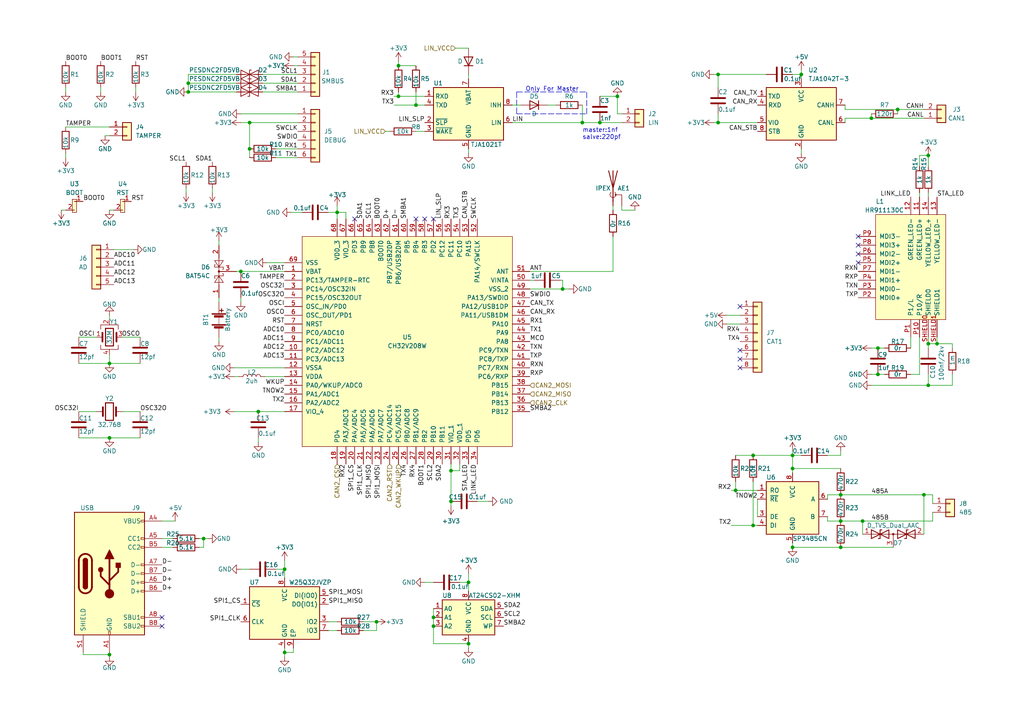
<source format=kicad_sch>
(kicad_sch (version 20211123) (generator eeschema)
  (paper "A4")
  (junction (at 120.65 30.48))
  (junction (at 130.81 136.525))
  (junction (at 269.24 99.695))
  (junction (at 254.635 108.585))
  (junction (at 31.75 127))
  (junction (at 218.44 132.08))
  (junction (at 115.57 19.05))
  (junction (at 54.61 26.67))
  (junction (at 250.19 151.13))
  (junction (at 179.07 27.94))
  (junction (at 125.73 179.07))
  (junction (at 254.635 100.965))
  (junction (at 31.75 105.41))
  (junction (at 213.36 142.24))
  (junction (at 59.055 156.21))
  (junction (at 69.85 78.74))
  (junction (at 135.89 186.69))
  (junction (at 208.28 35.56))
  (junction (at 269.24 111.76))
  (junction (at 54.61 24.13))
  (junction (at 72.39 43.18))
  (junction (at 31.75 189.865))
  (junction (at 229.87 135.89))
  (junction (at 208.28 21.59))
  (junction (at 125.73 181.61))
  (junction (at 232.41 21.59))
  (junction (at 243.84 151.13))
  (junction (at 269.24 45.085))
  (junction (at 168.91 35.56))
  (junction (at 243.84 158.75))
  (junction (at 267.97 143.51))
  (junction (at 163.195 83.82))
  (junction (at 72.39 35.56))
  (junction (at 229.87 158.75))
  (junction (at 173.99 35.56))
  (junction (at 135.89 168.91))
  (junction (at 82.55 189.23))
  (junction (at 260.35 31.75))
  (junction (at 130.81 145.415))
  (junction (at 243.84 143.51))
  (junction (at 97.79 61.595))
  (junction (at 115.57 27.94))
  (junction (at 218.44 152.4))
  (junction (at 229.87 132.08))
  (junction (at 109.22 180.34))
  (junction (at 82.55 165.1))
  (junction (at 252.73 34.29))
  (junction (at 271.78 99.695))
  (junction (at 74.93 119.38))
  (no_connect (at 125.73 63.5))
  (no_connect (at 248.92 71.12))
  (no_connect (at 248.92 76.2))
  (no_connect (at 123.19 63.5))
  (no_connect (at 214.63 88.9))
  (no_connect (at 46.99 179.07))
  (no_connect (at 46.99 181.61))
  (no_connect (at 248.92 73.66))
  (no_connect (at 214.63 106.68))
  (no_connect (at 214.63 101.6))
  (no_connect (at 214.63 104.14))
  (no_connect (at 120.65 63.5))
  (no_connect (at 248.92 68.58))
  (no_connect (at 102.87 63.5))
  (wire (pts (xy 179.07 33.02) (xy 179.07 27.94)))
  (wire (pts (xy 245.11 31.75) (xy 260.35 31.75)))
  (wire (pts (xy 213.36 139.7) (xy 213.36 142.24)))
  (wire (pts (xy 269.24 55.88) (xy 269.24 57.15)))
  (wire (pts (xy 115.57 17.78) (xy 115.57 19.05)))
  (wire (pts (xy 105.41 182.88) (xy 109.22 182.88)))
  (wire (pts (xy 105.41 180.34) (xy 109.22 180.34)))
  (wire (pts (xy 82.55 189.23) (xy 85.09 189.23)))
  (wire (pts (xy 72.39 35.56) (xy 72.39 43.18)))
  (wire (pts (xy 63.5 97.79) (xy 63.5 99.06)))
  (wire (pts (xy 67.945 106.68) (xy 82.55 106.68)))
  (wire (pts (xy 54.61 24.13) (xy 68.58 24.13)))
  (wire (pts (xy 229.87 132.08) (xy 229.87 135.89)))
  (wire (pts (xy 61.595 54.61) (xy 61.595 55.88)))
  (wire (pts (xy 35.56 97.79) (xy 40.64 97.79)))
  (wire (pts (xy 63.5 86.36) (xy 63.5 87.63)))
  (wire (pts (xy 229.87 132.08) (xy 232.41 132.08)))
  (wire (pts (xy 276.225 111.76) (xy 269.24 111.76)))
  (wire (pts (xy 269.24 45.085) (xy 269.24 48.26)))
  (wire (pts (xy 208.28 33.02) (xy 208.28 35.56)))
  (wire (pts (xy 266.7 97.79) (xy 266.7 108.585)))
  (wire (pts (xy 250.19 151.13) (xy 270.51 151.13)))
  (wire (pts (xy 207.01 35.56) (xy 208.28 35.56)))
  (wire (pts (xy 33.02 72.39) (xy 38.735 72.39)))
  (wire (pts (xy 74.93 119.38) (xy 82.55 119.38)))
  (wire (pts (xy 266.7 45.085) (xy 266.7 48.26)))
  (wire (pts (xy 260.35 31.75) (xy 260.35 33.02)))
  (wire (pts (xy 17.78 60.96) (xy 19.05 60.96)))
  (wire (pts (xy 69.85 35.56) (xy 72.39 35.56)))
  (wire (pts (xy 240.03 144.78) (xy 240.03 143.51)))
  (wire (pts (xy 76.2 21.59) (xy 86.36 21.59)))
  (wire (pts (xy 207.01 21.59) (xy 208.28 21.59)))
  (wire (pts (xy 229.87 135.89) (xy 229.87 137.16)))
  (wire (pts (xy 69.85 86.36) (xy 69.85 87.63)))
  (wire (pts (xy 123.19 168.91) (xy 125.73 168.91)))
  (wire (pts (xy 115.57 19.05) (xy 120.65 19.05)))
  (wire (pts (xy 243.84 151.13) (xy 250.19 151.13)))
  (wire (pts (xy 168.91 30.48) (xy 168.91 35.56)))
  (wire (pts (xy 219.71 144.78) (xy 219.71 149.86)))
  (wire (pts (xy 130.81 136.525) (xy 133.35 136.525)))
  (wire (pts (xy 266.7 55.88) (xy 266.7 57.15)))
  (wire (pts (xy 54.61 24.13) (xy 54.61 26.67)))
  (wire (pts (xy 125.73 176.53) (xy 125.73 179.07)))
  (wire (pts (xy 212.09 142.24) (xy 213.36 142.24)))
  (wire (pts (xy 76.2 26.67) (xy 86.36 26.67)))
  (wire (pts (xy 243.84 143.51) (xy 267.97 143.51)))
  (wire (pts (xy 276.225 99.695) (xy 271.78 99.695)))
  (wire (pts (xy 252.73 34.29) (xy 267.97 34.29)))
  (wire (pts (xy 163.195 83.82) (xy 165.1 83.82)))
  (wire (pts (xy 31.75 105.41) (xy 22.86 105.41)))
  (wire (pts (xy 133.35 136.525) (xy 133.35 134.62)))
  (wire (pts (xy 210.82 93.98) (xy 214.63 93.98)))
  (wire (pts (xy 115.57 27.94) (xy 123.19 27.94)))
  (wire (pts (xy 63.5 69.85) (xy 63.5 71.12)))
  (wire (pts (xy 100.33 61.595) (xy 100.33 63.5)))
  (wire (pts (xy 252.73 108.585) (xy 254.635 108.585)))
  (wire (pts (xy 125.73 186.69) (xy 135.89 186.69)))
  (wire (pts (xy 120.65 30.48) (xy 123.19 30.48)))
  (wire (pts (xy 267.97 143.51) (xy 267.97 154.94)))
  (wire (pts (xy 240.03 149.86) (xy 240.03 151.13)))
  (wire (pts (xy 24.13 189.865) (xy 24.13 189.23)))
  (wire (pts (xy 19.05 25.4) (xy 19.05 26.67)))
  (wire (pts (xy 218.44 152.4) (xy 219.71 152.4)))
  (wire (pts (xy 208.28 21.59) (xy 208.28 25.4)))
  (wire (pts (xy 53.975 54.61) (xy 53.975 55.88)))
  (wire (pts (xy 76.2 24.13) (xy 86.36 24.13)))
  (wire (pts (xy 271.78 97.79) (xy 271.78 99.695)))
  (wire (pts (xy 276.225 108.585) (xy 276.225 111.76)))
  (wire (pts (xy 245.11 34.29) (xy 252.73 34.29)))
  (wire (pts (xy 252.73 33.02) (xy 252.73 34.29)))
  (wire (pts (xy 69.85 165.1) (xy 72.39 165.1)))
  (wire (pts (xy 270.51 143.51) (xy 270.51 146.05)))
  (wire (pts (xy 163.195 81.28) (xy 163.195 83.82)))
  (polyline (pts (xy 149.86 26.67) (xy 149.86 33.02)))
  (wire (pts (xy 243.84 158.75) (xy 259.08 158.75)))
  (wire (pts (xy 208.28 21.59) (xy 222.25 21.59)))
  (wire (pts (xy 250.19 151.13) (xy 250.19 154.94)))
  (wire (pts (xy 177.8 68.58) (xy 177.8 78.74)))
  (wire (pts (xy 80.01 45.72) (xy 86.36 45.72)))
  (wire (pts (xy 130.81 136.525) (xy 130.81 145.415)))
  (wire (pts (xy 114.3 27.94) (xy 115.57 27.94)))
  (wire (pts (xy 59.055 158.75) (xy 59.055 156.21)))
  (wire (pts (xy 72.39 43.18) (xy 72.39 45.72)))
  (wire (pts (xy 218.44 139.7) (xy 218.44 152.4)))
  (wire (pts (xy 132.08 13.97) (xy 135.89 13.97)))
  (wire (pts (xy 240.03 132.08) (xy 243.84 132.08)))
  (wire (pts (xy 254.635 100.965) (xy 256.54 100.965)))
  (wire (pts (xy 229.87 157.48) (xy 229.87 158.75)))
  (wire (pts (xy 267.97 143.51) (xy 270.51 143.51)))
  (wire (pts (xy 168.91 35.56) (xy 173.99 35.56)))
  (wire (pts (xy 269.24 45.085) (xy 266.7 45.085)))
  (wire (pts (xy 135.89 43.18) (xy 135.89 44.45)))
  (wire (pts (xy 210.82 91.44) (xy 214.63 91.44)))
  (wire (pts (xy 208.28 35.56) (xy 219.71 35.56)))
  (wire (pts (xy 69.85 78.74) (xy 82.55 78.74)))
  (wire (pts (xy 86.36 16.51) (xy 85.09 16.51)))
  (wire (pts (xy 22.86 119.38) (xy 27.94 119.38)))
  (wire (pts (xy 266.7 108.585) (xy 264.16 108.585)))
  (wire (pts (xy 95.25 61.595) (xy 97.79 61.595)))
  (wire (pts (xy 31.75 189.865) (xy 31.75 190.5)))
  (wire (pts (xy 109.22 182.88) (xy 109.22 180.34)))
  (wire (pts (xy 22.86 127) (xy 31.75 127)))
  (wire (pts (xy 80.01 165.1) (xy 82.55 165.1)))
  (wire (pts (xy 120.65 38.1) (xy 123.19 38.1)))
  (wire (pts (xy 77.47 76.2) (xy 82.55 76.2)))
  (wire (pts (xy 180.34 60.96) (xy 184.15 60.96)))
  (wire (pts (xy 82.55 189.23) (xy 82.55 190.5)))
  (wire (pts (xy 213.36 142.24) (xy 219.71 142.24)))
  (wire (pts (xy 19.05 44.45) (xy 19.05 45.72)))
  (wire (pts (xy 213.36 132.08) (xy 218.44 132.08)))
  (wire (pts (xy 135.89 168.91) (xy 135.89 171.45)))
  (wire (pts (xy 173.99 27.94) (xy 179.07 27.94)))
  (polyline (pts (xy 149.86 33.02) (xy 170.18 33.02)))
  (wire (pts (xy 162.56 81.28) (xy 163.195 81.28)))
  (wire (pts (xy 153.67 81.28) (xy 154.94 81.28)))
  (wire (pts (xy 148.59 30.48) (xy 151.13 30.48)))
  (wire (pts (xy 95.25 180.34) (xy 97.79 180.34)))
  (wire (pts (xy 97.79 61.595) (xy 97.79 63.5)))
  (wire (pts (xy 252.73 111.76) (xy 269.24 111.76)))
  (wire (pts (xy 270.51 151.13) (xy 270.51 148.59)))
  (wire (pts (xy 240.03 143.51) (xy 243.84 143.51)))
  (wire (pts (xy 68.58 78.74) (xy 69.85 78.74)))
  (wire (pts (xy 264.16 97.79) (xy 264.16 100.965)))
  (wire (pts (xy 54.61 21.59) (xy 54.61 24.13)))
  (polyline (pts (xy 149.86 26.67) (xy 170.18 26.67)))
  (wire (pts (xy 245.11 35.56) (xy 245.11 34.29)))
  (wire (pts (xy 29.21 25.4) (xy 29.21 26.67)))
  (wire (pts (xy 232.41 21.59) (xy 232.41 22.86)))
  (wire (pts (xy 212.09 152.4) (xy 218.44 152.4)))
  (wire (pts (xy 60.325 156.21) (xy 59.055 156.21)))
  (wire (pts (xy 243.84 130.81) (xy 243.84 132.08)))
  (wire (pts (xy 39.37 25.4) (xy 39.37 26.67)))
  (wire (pts (xy 229.87 130.81) (xy 229.87 132.08)))
  (wire (pts (xy 67.945 119.38) (xy 74.93 119.38)))
  (wire (pts (xy 111.76 38.1) (xy 113.03 38.1)))
  (wire (pts (xy 114.3 30.48) (xy 120.65 30.48)))
  (wire (pts (xy 95.25 182.88) (xy 97.79 182.88)))
  (wire (pts (xy 130.81 134.62) (xy 130.81 136.525)))
  (wire (pts (xy 153.67 83.82) (xy 163.195 83.82)))
  (wire (pts (xy 232.41 20.32) (xy 232.41 21.59)))
  (wire (pts (xy 30.48 39.37) (xy 31.75 39.37)))
  (wire (pts (xy 177.8 59.69) (xy 177.8 60.96)))
  (wire (pts (xy 180.34 33.02) (xy 179.07 33.02)))
  (wire (pts (xy 271.78 99.695) (xy 269.24 99.695)))
  (wire (pts (xy 269.24 97.79) (xy 269.24 99.695)))
  (wire (pts (xy 57.785 158.75) (xy 59.055 158.75)))
  (wire (pts (xy 31.75 189.865) (xy 24.13 189.865)))
  (wire (pts (xy 130.81 145.415) (xy 130.81 146.685)))
  (wire (pts (xy 135.89 21.59) (xy 135.89 22.86)))
  (wire (pts (xy 245.11 30.48) (xy 245.11 31.75)))
  (wire (pts (xy 161.29 30.48) (xy 158.75 30.48)))
  (wire (pts (xy 85.09 189.23) (xy 85.09 187.96)))
  (wire (pts (xy 97.79 59.69) (xy 97.79 61.595)))
  (wire (pts (xy 31.75 105.41) (xy 40.64 105.41)))
  (wire (pts (xy 260.35 31.75) (xy 267.97 31.75)))
  (wire (pts (xy 82.55 162.56) (xy 82.55 165.1)))
  (wire (pts (xy 31.75 189.23) (xy 31.75 189.865)))
  (wire (pts (xy 135.89 186.69) (xy 135.89 187.96)))
  (wire (pts (xy 50.165 156.21) (xy 46.99 156.21)))
  (wire (pts (xy 80.01 43.18) (xy 86.36 43.18)))
  (wire (pts (xy 31.75 102.87) (xy 31.75 105.41)))
  (wire (pts (xy 86.36 19.05) (xy 85.09 19.05)))
  (wire (pts (xy 82.55 187.96) (xy 82.55 189.23)))
  (wire (pts (xy 120.65 26.67) (xy 120.65 30.48)))
  (wire (pts (xy 254.635 108.585) (xy 256.54 108.585)))
  (wire (pts (xy 54.61 26.67) (xy 68.58 26.67)))
  (wire (pts (xy 97.79 61.595) (xy 100.33 61.595)))
  (wire (pts (xy 76.835 109.22) (xy 82.55 109.22)))
  (wire (pts (xy 31.75 60.96) (xy 33.02 60.96)))
  (wire (pts (xy 125.73 181.61) (xy 125.73 186.69)))
  (wire (pts (xy 269.24 111.76) (xy 269.24 108.585)))
  (wire (pts (xy 22.86 97.79) (xy 27.94 97.79)))
  (wire (pts (xy 115.57 26.67) (xy 115.57 27.94)))
  (wire (pts (xy 252.73 100.965) (xy 254.635 100.965)))
  (wire (pts (xy 269.24 99.695) (xy 269.24 100.965)))
  (wire (pts (xy 54.61 21.59) (xy 68.58 21.59)))
  (wire (pts (xy 125.73 179.07) (xy 125.73 181.61)))
  (wire (pts (xy 218.44 132.08) (xy 229.87 132.08)))
  (wire (pts (xy 31.75 127) (xy 40.64 127)))
  (wire (pts (xy 133.35 168.91) (xy 135.89 168.91)))
  (wire (pts (xy 31.75 91.44) (xy 31.75 92.71)))
  (wire (pts (xy 74.93 127) (xy 74.93 128.27)))
  (wire (pts (xy 148.59 35.56) (xy 168.91 35.56)))
  (wire (pts (xy 46.99 151.13) (xy 50.8 151.13)))
  (polyline (pts (xy 170.18 33.02) (xy 170.18 26.67)))
  (wire (pts (xy 67.945 109.22) (xy 69.215 109.22)))
  (wire (pts (xy 229.87 21.59) (xy 232.41 21.59)))
  (wire (pts (xy 135.89 166.37) (xy 135.89 168.91)))
  (wire (pts (xy 82.55 165.1) (xy 82.55 167.64)))
  (wire (pts (xy 69.85 33.02) (xy 86.36 33.02)))
  (wire (pts (xy 153.67 78.74) (xy 177.8 78.74)))
  (wire (pts (xy 59.055 156.21) (xy 57.785 156.21)))
  (wire (pts (xy 240.03 151.13) (xy 243.84 151.13)))
  (wire (pts (xy 229.87 135.89) (xy 243.84 135.89)))
  (wire (pts (xy 72.39 35.56) (xy 86.36 35.56)))
  (wire (pts (xy 232.41 43.18) (xy 232.41 44.45)))
  (wire (pts (xy 19.05 36.83) (xy 31.75 36.83)))
  (wire (pts (xy 138.43 145.415) (xy 141.605 145.415)))
  (wire (pts (xy 50.165 158.75) (xy 46.99 158.75)))
  (wire (pts (xy 173.99 35.56) (xy 180.34 35.56)))
  (wire (pts (xy 180.34 59.69) (xy 180.34 60.96)))
  (wire (pts (xy 229.87 158.75) (xy 243.84 158.75)))
  (wire (pts (xy 276.225 100.965) (xy 276.225 99.695)))
  (wire (pts (xy 84.455 61.595) (xy 87.63 61.595)))
  (wire (pts (xy 35.56 119.38) (xy 40.64 119.38)))
  (text "Only For Master" (at 152.4 26.67 0) (effects (font (size 1.27 1.27)) (justify left bottom)))
  (text "master:1nf\nsalve:220pf\n" (at 168.91 40.64 0) (effects (font (size 1.27 1.27)) (justify left bottom)))
  (label "SMBA1" (at 86.36 26.67 180))
  (label "OSCI" (at 22.86 97.79 0))
  (label "TNOW2" (at 219.71 144.78 180))
  (label "ADC12" (at 33.02 80.01 0))
  (label "ADC13" (at 82.55 104.14 180))
  (label "485A" (at 252.73 143.51 0))
  (label "TX2" (at 212.09 152.4 180))
  (label "RX3" (at 114.3 27.94 180))
  (label "SCL1" (at 86.36 21.59 180))
  (label "CAN_STB" (at 219.71 38.1 180))
  (label "SPI1_CS" (at 69.85 175.26 180))
  (label "RXN" (at 153.67 106.68 0))
  (label "D-" (at 46.99 163.83 0))
  (label "OSC32O" (at 40.64 119.38 0))
  (label "D+" (at 46.99 171.45 0))
  (label "TNOW2" (at 82.55 114.3 180))
  (label "BOOT1" (at 29.21 17.78 0))
  (label "RST" (at 38.1 58.42 0))
  (label "485B" (at 252.73 151.13 0))
  (label "ADC11" (at 82.55 99.06 180))
  (label "OSC32I" (at 22.86 119.38 180))
  (label "OSC32O" (at 82.55 86.36 180))
  (label "TXP" (at 248.92 86.36 180))
  (label "RXP" (at 248.92 81.28 180))
  (label "TX1" (at 86.36 45.72 180))
  (label "TX2" (at 82.55 116.84 180))
  (label "SWDIO" (at 153.67 86.36 0))
  (label "SPI1_MISO" (at 95.25 175.26 0))
  (label "RXN" (at 248.92 78.74 180))
  (label "SMBA1" (at 118.11 63.5 90))
  (label "LINK_LED" (at 264.16 57.15 180))
  (label "CANL" (at 267.97 34.29 180))
  (label "RXP" (at 153.67 109.22 0))
  (label "ADC11" (at 33.02 77.47 0))
  (label "ADC10" (at 82.55 96.52 180))
  (label "LIN_SLP" (at 128.27 63.5 90))
  (label "CAN_RX" (at 219.71 30.48 180))
  (label "TX4" (at 214.63 99.06 180))
  (label "ADC12" (at 82.55 101.6 180))
  (label "SPI1_MISO" (at 107.95 134.62 270))
  (label "RX3" (at 130.81 63.5 90))
  (label "D-" (at 115.57 63.5 90))
  (label "TAMPER" (at 19.05 36.83 0))
  (label "RX2" (at 100.33 134.62 270))
  (label "OSCO" (at 82.55 91.44 180))
  (label "RST" (at 82.55 93.98 180))
  (label "SPI1_MOSI" (at 95.25 172.72 0))
  (label "SPI1_MOSI" (at 110.49 134.62 270))
  (label "ANT" (at 153.67 78.74 0))
  (label "RX4" (at 120.65 134.62 270))
  (label "RX4" (at 214.63 96.52 180))
  (label "BOOT1" (at 123.19 134.62 270))
  (label "RST" (at 39.37 17.78 0))
  (label "ADC10" (at 33.02 74.93 0))
  (label "SDA1" (at 105.41 63.5 90))
  (label "D+" (at 46.99 168.91 0))
  (label "STA_LED" (at 271.78 57.15 0))
  (label "SMBA2" (at 153.67 119.38 0))
  (label "SCL2" (at 146.05 179.07 0))
  (label "SPI1_CS" (at 102.87 134.62 270))
  (label "STA_LED" (at 135.89 134.62 270))
  (label "TXN" (at 153.67 101.6 0))
  (label "SPI1_CLK" (at 69.85 180.34 180))
  (label "SCL1" (at 107.95 63.5 90))
  (label "MCO" (at 153.67 99.06 0))
  (label "SDA1" (at 86.36 24.13 180))
  (label "TAMPER" (at 82.55 81.28 180))
  (label "SMBA2" (at 146.05 181.61 0))
  (label "TX4" (at 118.11 134.62 270))
  (label "BOOT0" (at 24.13 58.42 0))
  (label "SWCLK" (at 86.36 38.1 180))
  (label "RX1" (at 86.36 43.18 180))
  (label "D-" (at 46.99 166.37 0))
  (label "TX3" (at 133.35 63.5 90))
  (label "ADC13" (at 33.02 82.55 0))
  (label "SCL1" (at 53.975 46.99 180))
  (label "WKUP" (at 82.55 111.76 180))
  (label "SDA2" (at 146.05 176.53 0))
  (label "BOOT0" (at 19.05 17.78 0))
  (label "SDA1" (at 61.595 46.99 180))
  (label "SWDIO" (at 86.36 40.64 180))
  (label "TXN" (at 248.92 83.82 180))
  (label "OSC32I" (at 82.55 83.82 180))
  (label "D+" (at 113.03 63.5 90))
  (label "RX2" (at 212.09 142.24 180))
  (label "VBAT" (at 82.55 78.74 180))
  (label "CAN_TX" (at 153.67 88.9 0))
  (label "OSCI" (at 82.55 88.9 180))
  (label "CANH" (at 267.97 31.75 180))
  (label "LIN" (at 148.59 35.56 0))
  (label "OSCO" (at 40.64 97.79 180))
  (label "TX3" (at 114.3 30.48 180))
  (label "SDA2" (at 128.27 134.62 270))
  (label "SCL2" (at 125.73 134.62 270))
  (label "CAN_STB" (at 135.89 63.5 90))
  (label "BOOT0" (at 110.49 63.5 90))
  (label "SPI1_CLK" (at 105.41 134.62 270))
  (label "LIN_SLP" (at 123.19 35.56 180))
  (label "LINK_LED" (at 138.43 134.62 270))
  (label "RX1" (at 153.67 93.98 0))
  (label "CAN_RX" (at 153.67 91.44 0))
  (label "TXP" (at 153.67 104.14 0))
  (label "SWCLK" (at 138.43 63.5 90))
  (label "CAN_TX" (at 219.71 27.94 180))
  (label "TX1" (at 153.67 96.52 0))
  (hierarchical_label "CAN2_MISO" (shape input) (at 153.67 114.3 0))
  (hierarchical_label "CAN2_CLK" (shape input) (at 153.67 116.84 0))
  (hierarchical_label "LIN_VCC" (shape input) (at 111.76 38.1 180))
  (hierarchical_label "CAN2_CS" (shape input) (at 97.79 134.62 270))
  (hierarchical_label "CAN2_WKUP" (shape input) (at 115.57 134.62 270))
  (hierarchical_label "LIN_VCC" (shape input) (at 132.08 13.97 180))
  (hierarchical_label "CAN2_MOSI" (shape input) (at 153.67 111.76 0))
  (hierarchical_label "CAN2_RST" (shape input) (at 113.03 134.62 270))
  (symbol (lib_id "Device:C") (at 208.28 29.21 0) (unit 1)
    (property "Reference" "C2" (at 208.28 26.67 0) (effects (justify left)))
    (property "Value" "0.1uf" (at 208.28 31.75 0) (effects (justify left)))
    (property "Footprint" "Capacitor_SMD:C_0402_1005Metric" (effects hide))
  )
  (symbol (lib_id "Device:R") (at 115.57 22.86 0) (unit 1)
    (property "Reference" "R4" (at 116.84 22.86 0) (effects (justify left)))
    (property "Value" "10k" (at 115.57 25.4 90) (effects (justify left)))
    (property "Footprint" "Resistor_SMD:R_0402_1005Metric" (effects hide))
  )
  (symbol (lib_id "Connector_Generic:Conn_01x02") (at 185.42 33.02 0) (unit 1)
    (property "Reference" "J2" (at 187.96 33.0199 0) (effects (justify left)))
    (property "Value" "LIN" (at 187.96 35.5599 0) (effects (justify left)))
    (property "Footprint" "Connector_Phoenix_MC_HighVoltage:PhoenixContact_MC_1,5_2-G-5.08_1x02_P5.08mm_Horizontal" (effects hide))
  )
  (symbol (lib_id "Device:R") (at 218.44 135.89 0) (unit 1)
    (property "Reference" "R21" (at 219.71 135.89 0) (effects (justify left)))
    (property "Value" "10k" (at 218.44 138.43 90) (effects (justify left)))
    (property "Footprint" "Resistor_SMD:R_0402_1005Metric" (effects hide))
  )
  (symbol (lib_id "power:GND") (at 67.945 106.68 270) (unit 1)
    (property "Reference" "#PWR037" (effects hide))
    (property "Value" "GND" (at 65.405 106.68 90) (effects (justify right)))
  )
  (symbol (lib_id "power:+3V3") (at 85.09 19.05 90) (unit 1)
    (property "Reference" "#PWR03" (effects hide))
    (property "Value" "+3V3" (at 80.01 19.05 90))
  )
  (symbol (lib_id "Device:R") (at 120.65 22.86 0) (unit 1)
    (property "Reference" "R5" (at 121.92 22.86 0) (effects (justify left)))
    (property "Value" "10k" (at 120.65 25.4 90) (effects (justify left)))
    (property "Footprint" "Resistor_SMD:R_0402_1005Metric" (effects hide))
  )
  (symbol (lib_id "power:GND") (at 84.455 61.595 270) (unit 1)
    (property "Reference" "#PWR025" (effects hide))
    (property "Value" "GND" (at 81.28 61.5949 90) (effects (justify right)))
  )
  (symbol (lib_id "Device:C") (at 134.62 145.415 270) (mirror x) (unit 1)
    (property "Reference" "C15" (at 132.08 144.145 90))
    (property "Value" "0.1uf" (at 138.43 144.145 90))
    (property "Footprint" "Capacitor_SMD:C_0402_1005Metric" (effects hide))
  )
  (symbol (lib_id "my_utils:Btn-4pin-SKRPACE010") (at 35.56 59.69 0) (unit 1)
    (property "Reference" "U4" (at 35.56 53.34 0))
    (property "Value" "RST" (at 35.56 55.88 0))
    (property "Footprint" "my_utils:KEY-SMD_4P" (effects hide))
  )
  (symbol (lib_id "Device:R") (at 177.8 64.77 0) (unit 1)
    (property "Reference" "R16" (at 179.07 64.77 0) (effects (justify left)))
    (property "Value" "0r" (at 177.8 66.04 90) (effects (justify left)))
    (property "Footprint" "Resistor_SMD:R_0402_1005Metric" (effects hide))
  )
  (symbol (lib_id "power:GND") (at 184.15 60.96 180) (unit 1)
    (property "Reference" "#PWR024" (effects hide))
    (property "Value" "GND" (at 184.15 57.15 0))
  )
  (symbol (lib_id "Device:C") (at 69.85 82.55 0) (unit 1)
    (property "Reference" "C6" (at 69.85 80.01 0) (effects (justify left)))
    (property "Value" "0.1uf" (at 69.85 85.09 0) (effects (justify left)))
    (property "Footprint" "Capacitor_SMD:C_0402_1005Metric" (effects hide))
  )
  (symbol (lib_id "power:+3V3") (at 53.975 55.88 180) (unit 1)
    (property "Reference" "#PWR019" (effects hide))
    (property "Value" "+3V3" (at 53.975 59.69 0))
  )
  (symbol (lib_id "Connector_Generic:Conn_01x08") (at 219.71 96.52 0) (unit 1)
    (property "Reference" "J7" (at 222.25 96.5199 0) (effects (justify left)))
    (property "Value" "CAT1" (at 222.25 99.0599 0) (effects (justify left)))
    (property "Footprint" "Connector_PinHeader_2.54mm:PinHeader_1x08_P2.54mm_Vertical" (effects hide))
  )
  (symbol (lib_id "power:GND") (at 74.93 128.27 0) (unit 1)
    (property "Reference" "#PWR043" (effects hide))
    (property "Value" "GND" (at 74.93 132.08 0))
  )
  (symbol (lib_id "power:+3V3") (at 97.79 59.69 0) (unit 1)
    (property "Reference" "#PWR021" (effects hide))
    (property "Value" "+3V3" (at 97.79 56.515 0))
  )
  (symbol (lib_id "Device:R") (at 256.54 33.02 90) (unit 1)
    (property "Reference" "R7" (at 256.54 30.48 90))
    (property "Value" "120r" (at 256.54 33.02 90))
    (property "Footprint" "Resistor_SMD:R_0603_1608Metric" (effects hide))
  )
  (symbol (lib_id "Diode:ESD9B3.3ST5G") (at 72.39 24.13 0) (unit 1)
    (property "Reference" "D3" (at 76.2 22.86 0))
    (property "Value" "PESDNC2FD5VB" (at 62.23 22.86 0))
    (property "Footprint" "my_utils:DFN1006-2L-BI" (effects hide))
    (property "Datasheet" "https://www.onsemi.com/pub/Collateral/ESD9B-D.PDF" (effects hide))
  )
  (symbol (lib_id "Device:L") (at 73.025 109.22 90) (unit 1)
    (property "Reference" "L2" (at 73.025 107.95 90))
    (property "Value" "2uh" (at 73.025 110.49 90))
    (property "Footprint" "Inductor_SMD:L_0402_1005Metric" (effects hide))
  )
  (symbol (lib_id "power:GND") (at 179.07 27.94 180) (unit 1)
    (property "Reference" "#PWR010" (effects hide))
    (property "Value" "GND" (at 179.07 24.13 0))
  )
  (symbol (lib_id "power:GND") (at 63.5 99.06 0) (unit 1)
    (property "Reference" "#PWR034" (effects hide))
    (property "Value" "GND" (at 63.5 102.87 0))
  )
  (symbol (lib_id "power:GND") (at 31.75 60.96 0) (unit 1)
    (property "Reference" "#PWR023" (effects hide))
    (property "Value" "GND" (at 31.75 64.77 0))
  )
  (symbol (lib_id "power:GND") (at 31.75 190.5 0) (mirror y) (unit 1)
    (property "Reference" "#PWR057" (effects hide))
    (property "Value" "GND" (at 31.75 193.675 0))
  )
  (symbol (lib_id "power:GND") (at 243.84 130.81 180) (unit 1)
    (property "Reference" "#PWR045" (effects hide))
    (property "Value" "GND" (at 243.84 127 0))
  )
  (symbol (lib_id "Interface_CAN_LIN:TJA1021T") (at 135.89 33.02 0) (unit 1)
    (property "Reference" "U1" (at 125.73 24.13 0) (effects (justify left)))
    (property "Value" "TJA1021T" (at 136.525 41.91 0) (effects (justify left)))
    (property "Footprint" "Package_SO:SOIC-8_3.9x4.9mm_P1.27mm" (effects hide))
    (property "Datasheet" "http://www.nxp.com/documents/data_sheet/TJA1021.pdf" (effects hide))
  )
  (symbol (lib_id "my_utils:HR911130C") (at 264.16 77.47 0) (unit 1)
    (property "Reference" "L1" (at 254 58.42 0) (effects (justify left)))
    (property "Value" "HR911130C" (at 250.825 60.96 0) (effects (justify left)))
    (property "Footprint" "my_utils:RJ45-TH_HR911130C" (effects hide))
  )
  (symbol (lib_id "power:GND") (at 54.61 26.67 270) (unit 1)
    (property "Reference" "#PWR09" (effects hide))
    (property "Value" "GND" (at 52.07 26.67 90) (effects (justify right)))
  )
  (symbol (lib_id "Memory_EEPROM:AT24CS02-XHM") (at 135.89 179.07 0) (unit 1)
    (property "Reference" "U8" (at 128.27 172.72 0) (effects (justify left)))
    (property "Value" "AT24CS02-XHM" (at 135.89 172.72 0) (effects (justify left)))
    (property "Footprint" "Package_SO:TSSOP-8_4.4x3mm_P0.65mm" (effects hide))
    (property "Datasheet" "http://ww1.microchip.com/downloads/en/DeviceDoc/Atmel-8815-SEEPROM-AT24CS01-02-Datasheet.pdf" (effects hide))
  )
  (symbol (lib_id "power:GND") (at 60.325 156.21 90) (mirror x) (unit 1)
    (property "Reference" "#PWR049" (effects hide))
    (property "Value" "GND" (at 62.865 156.21 90) (effects (justify right)))
  )
  (symbol (lib_id "Device:C") (at 269.24 104.775 0) (unit 1)
    (property "Reference" "C10" (at 270.51 109.855 90) (effects (justify left)))
    (property "Value" "100nf/2kv" (at 273.05 110.49 90) (effects (justify left)))
    (property "Footprint" "Capacitor_SMD:C_2220_5650Metric" (effects hide))
  )
  (symbol (lib_id "power:+3V3") (at 229.87 130.81 0) (unit 1)
    (property "Reference" "#PWR044" (effects hide))
    (property "Value" "+3V3" (at 229.87 127 0))
  )
  (symbol (lib_id "Device:D") (at 154.94 30.48 180) (unit 1)
    (property "Reference" "D5" (at 154.94 27.94 0))
    (property "Value" "D" (at 154.94 33.02 0))
    (property "Footprint" "Diode_SMD:D_SOD-523" (effects hide))
  )
  (symbol (lib_id "Diode:ESD9B3.3ST5G") (at 72.39 26.67 0) (unit 1)
    (property "Reference" "D4" (at 76.2 25.4 0))
    (property "Value" "PESDNC2FD5VB" (at 62.23 25.4 0))
    (property "Footprint" "my_utils:DFN1006-2L-BI" (effects hide))
    (property "Datasheet" "https://www.onsemi.com/pub/Collateral/ESD9B-D.PDF" (effects hide))
  )
  (symbol (lib_id "Connector_Generic:Conn_01x05") (at 91.44 21.59 0) (mirror x) (unit 1)
    (property "Reference" "J1" (at 94.615 20.955 0))
    (property "Value" "SMBUS" (at 96.52 23.495 0))
    (property "Footprint" "Connector_JST:JST_VH_B5P-VH_1x05_P3.96mm_Vertical" (effects hide))
  )
  (symbol (lib_id "Device:C") (at 40.64 101.6 0) (unit 1)
    (property "Reference" "C8" (at 40.64 99.695 0) (effects (justify left)))
    (property "Value" "12pf" (at 40.64 103.505 0) (effects (justify left)))
    (property "Footprint" "Capacitor_SMD:C_0402_1005Metric" (effects hide))
  )
  (symbol (lib_id "Device:C") (at 129.54 168.91 90) (unit 1)
    (property "Reference" "C17" (at 132.08 167.64 90))
    (property "Value" "0.1uf" (at 133.35 170.18 90))
    (property "Footprint" "Capacitor_SMD:C_0402_1005Metric" (effects hide))
  )
  (symbol (lib_id "Device:R") (at 61.595 50.8 0) (unit 1)
    (property "Reference" "R13" (at 62.865 50.8 0) (effects (justify left)))
    (property "Value" "10k" (at 61.595 53.34 90) (effects (justify left)))
    (property "Footprint" "Resistor_SMD:R_0402_1005Metric" (effects hide))
  )
  (symbol (lib_id "power:+3V3") (at 115.57 17.78 0) (unit 1)
    (property "Reference" "#PWR02" (effects hide))
    (property "Value" "+3V3" (at 115.57 13.97 0))
  )
  (symbol (lib_id "power:GND") (at 141.605 145.415 90) (unit 1)
    (property "Reference" "#PWR046" (effects hide))
    (property "Value" "GND" (at 144.78 145.4149 90) (effects (justify right)))
  )
  (symbol (lib_id "power:+3V3") (at 82.55 162.56 0) (unit 1)
    (property "Reference" "#PWR051" (effects hide))
    (property "Value" "+3V3" (at 82.55 158.75 0))
  )
  (symbol (lib_id "Device:C") (at 236.22 132.08 90) (unit 1)
    (property "Reference" "C14" (at 238.76 130.81 90))
    (property "Value" "0.1uf" (at 232.41 130.81 90))
    (property "Footprint" "Capacitor_SMD:C_0402_1005Metric" (effects hide))
  )
  (symbol (lib_id "Device:R") (at 19.05 40.64 0) (unit 1)
    (property "Reference" "R9" (at 20.32 40.64 0) (effects (justify left)))
    (property "Value" "10k" (at 19.05 43.18 90) (effects (justify left)))
    (property "Footprint" "Resistor_SMD:R_0402_1005Metric" (effects hide))
  )
  (symbol (lib_id "power:GND") (at 31.75 91.44 180) (unit 1)
    (property "Reference" "#PWR031" (effects hide))
    (property "Value" "GND" (at 31.75 88.265 0))
  )
  (symbol (lib_id "Device:C") (at 74.93 123.19 180) (unit 1)
    (property "Reference" "C13" (at 76.2 121.285 0))
    (property "Value" "0.1uf" (at 77.47 125.73 0))
    (property "Footprint" "Capacitor_SMD:C_0402_1005Metric" (effects hide))
  )
  (symbol (lib_id "Device:Battery") (at 63.5 92.71 0) (unit 1)
    (property "Reference" "BT1" (at 59.69 92.71 90))
    (property "Value" "Battery" (at 66.04 92.71 90))
    (property "Footprint" "Connector_PinHeader_2.54mm:PinHeader_1x02_P2.54mm_Vertical" (effects hide))
  )
  (symbol (lib_id "power:GND") (at 123.19 168.91 270) (unit 1)
    (property "Reference" "#PWR054" (effects hide))
    (property "Value" "GND" (at 120.65 168.91 90) (effects (justify right)))
  )
  (symbol (lib_id "my_utils:Btn-4pin-SKRPACE010") (at 21.59 59.69 0) (unit 1)
    (property "Reference" "U3" (at 21.59 53.34 0))
    (property "Value" "BOOT" (at 21.59 55.88 0))
    (property "Footprint" "my_utils:KEY-SMD_4P" (effects hide))
  )
  (symbol (lib_id "Connector_Generic:Conn_01x02") (at 275.59 146.05 0) (unit 1)
    (property "Reference" "J8" (at 278.13 146.0499 0) (effects (justify left)))
    (property "Value" "485" (at 278.13 148.5899 0) (effects (justify left)))
    (property "Footprint" "Connector_Phoenix_MC_HighVoltage:PhoenixContact_MC_1,5_2-G-5.08_1x02_P5.08mm_Horizontal" (effects hide))
  )
  (symbol (lib_id "power:GND") (at 85.09 16.51 270) (unit 1)
    (property "Reference" "#PWR01" (effects hide))
    (property "Value" "GND" (at 80.01 16.51 90))
  )
  (symbol (lib_id "power:GND") (at 232.41 44.45 0) (unit 1)
    (property "Reference" "#PWR016" (effects hide))
    (property "Value" "GND" (at 232.41 48.26 0))
  )
  (symbol (lib_id "Device:R") (at 269.24 52.07 0) (unit 1)
    (property "Reference" "R15" (at 267.97 49.53 90) (effects (justify left)))
    (property "Value" "1k" (at 269.24 53.34 90) (effects (justify left)))
    (property "Footprint" "Resistor_SMD:R_0402_1005Metric" (effects hide))
  )
  (symbol (lib_id "Device:R") (at 116.84 38.1 90) (unit 1)
    (property "Reference" "R8" (at 120.65 36.83 90))
    (property "Value" "10k" (at 116.84 38.1 90))
    (property "Footprint" "Resistor_SMD:R_0402_1005Metric" (effects hide))
  )
  (symbol (lib_id "Device:D_TVS_Dual_AAC") (at 259.08 154.94 0) (unit 1)
    (property "Reference" "D7" (at 260.35 157.48 0))
    (property "Value" "D_TVS_Dual_AAC" (at 259.08 152.4 0))
    (property "Footprint" "Package_TO_SOT_SMD:SOT-23" (effects hide))
  )
  (symbol (lib_id "Device:R") (at 260.35 108.585 270) (unit 1)
    (property "Reference" "R19" (at 260.35 106.68 90))
    (property "Value" "0r" (at 260.35 108.585 90))
    (property "Footprint" "Resistor_SMD:R_0603_1608Metric" (effects hide))
  )
  (symbol (lib_id "Device:Crystal") (at 31.75 119.38 0) (unit 1)
    (property "Reference" "Y2" (at 31.75 115.57 0))
    (property "Value" "32.768" (at 31.75 123.19 0))
    (property "Footprint" "Crystal:Crystal_SMD_3215-2Pin_3.2x1.5mm" (effects hide))
  )
  (symbol (lib_id "Device:R") (at 276.225 104.775 0) (unit 1)
    (property "Reference" "R18" (at 277.495 104.775 0) (effects (justify left)))
    (property "Value" "1m" (at 276.225 106.045 90) (effects (justify left)))
    (property "Footprint" "Resistor_SMD:R_0603_1608Metric" (effects hide))
  )
  (symbol (lib_id "power:+3V3") (at 61.595 55.88 180) (unit 1)
    (property "Reference" "#PWR020" (effects hide))
    (property "Value" "+3V3" (at 61.595 59.69 0))
  )
  (symbol (lib_id "Device:C") (at 22.86 123.19 0) (unit 1)
    (property "Reference" "C11" (at 22.86 121.285 0) (effects (justify left)))
    (property "Value" "12pf" (at 22.86 125.095 0) (effects (justify left)))
    (property "Footprint" "Capacitor_SMD:C_0402_1005Metric" (effects hide))
  )
  (symbol (lib_id "power:+3V3") (at 63.5 69.85 0) (unit 1)
    (property "Reference" "#PWR026" (effects hide))
    (property "Value" "+3V3" (at 63.5 66.675 0))
  )
  (symbol (lib_id "Diode:BAT54C") (at 63.5 78.74 90) (unit 1)
    (property "Reference" "D6" (at 60.96 77.4699 90) (effects (justify left)))
    (property "Value" "BAT54C" (at 60.96 80.01 90) (effects (justify left)))
    (property "Footprint" "Package_TO_SOT_SMD:SOT-23" (effects hide))
    (property "Datasheet" "http://www.diodes.com/_files/datasheets/ds11005.pdf" (effects hide))
  )
  (symbol (lib_id "power:GND") (at 229.87 158.75 0) (unit 1)
    (property "Reference" "#PWR050" (effects hide))
    (property "Value" "GND" (at 229.87 162.56 0))
  )
  (symbol (lib_id "Connector_Generic:Conn_01x02") (at 36.83 36.83 0) (unit 1)
    (property "Reference" "J4" (at 39.37 36.8299 0) (effects (justify left)))
    (property "Value" "TAMPER" (at 39.37 39.3699 0) (effects (justify left)))
    (property "Footprint" "Connector_PinHeader_2.54mm:PinHeader_1x02_P2.54mm_Vertical" (effects hide))
  )
  (symbol (lib_id "power:GND") (at 82.55 190.5 0) (unit 1)
    (property "Reference" "#PWR058" (effects hide))
    (property "Value" "GND" (at 82.55 194.31 0))
  )
  (symbol (lib_id "Device:R") (at 243.84 154.94 0) (unit 1)
    (property "Reference" "R24" (at 245.11 154.94 0) (effects (justify left)))
    (property "Value" "470r" (at 243.84 157.48 90) (effects (justify left)))
    (property "Footprint" "Resistor_SMD:R_0402_1005Metric" (effects hide))
  )
  (symbol (lib_id "Connector_Generic:Conn_01x02") (at 273.05 34.29 0) (mirror x) (unit 1)
    (property "Reference" "J3" (at 277.495 31.75 0))
    (property "Value" "CAN1" (at 277.495 34.29 0))
    (property "Footprint" "Connector_Phoenix_MC_HighVoltage:PhoenixContact_MC_1,5_2-G-5.08_1x02_P5.08mm_Horizontal" (effects hide))
  )
  (symbol (lib_id "power:GND") (at 19.05 26.67 0) (unit 1)
    (property "Reference" "#PWR06" (effects hide))
    (property "Value" "GND" (at 19.05 30.48 0))
  )
  (symbol (lib_id "Device:C") (at 254.635 104.775 0) (unit 1)
    (property "Reference" "C9" (at 254.635 102.87 0) (effects (justify left)))
    (property "Value" "1uf" (at 254.635 106.68 0) (effects (justify left)))
    (property "Footprint" "Capacitor_SMD:C_0402_1005Metric" (effects hide))
  )
  (symbol (lib_id "power:GND") (at 69.85 165.1 270) (unit 1)
    (property "Reference" "#PWR052" (effects hide))
    (property "Value" "GND" (at 67.31 165.1 90) (effects (justify right)))
  )
  (symbol (lib_id "power:+3V3") (at 109.22 180.34 270) (unit 1)
    (property "Reference" "#PWR055" (effects hide))
    (property "Value" "+3V3" (at 111.76 180.34 90) (effects (justify left)))
  )
  (symbol (lib_id "Device:C") (at 76.2 165.1 90) (unit 1)
    (property "Reference" "C16" (at 78.74 163.83 90))
    (property "Value" "0.1uf" (at 80.01 166.37 90))
    (property "Footprint" "Capacitor_SMD:C_0402_1005Metric" (effects hide))
  )
  (symbol (lib_id "Device:R") (at 101.6 180.34 90) (unit 1)
    (property "Reference" "R27" (at 105.41 179.07 90))
    (property "Value" "10k" (at 101.6 180.34 90))
    (property "Footprint" "Resistor_SMD:R_0402_1005Metric" (effects hide))
  )
  (symbol (lib_id "power:+3V3") (at 67.945 119.38 90) (unit 1)
    (property "Reference" "#PWR041" (effects hide))
    (property "Value" "+3V3" (at 64.135 119.3799 90) (effects (justify left)))
  )
  (symbol (lib_id "Connector:USB_C_Receptacle_USB2.0") (at 31.75 166.37 0) (unit 1)
    (property "Reference" "J9" (at 40.64 147.32 0) (effects (justify right)))
    (property "Value" "USB" (at 27.305 147.32 0) (effects (justify right)))
    (property "Footprint" "Connector_USB:USB_C_Receptacle_Palconn_UTC16-G" (effects hide))
    (property "Datasheet" "https://www.usb.org/sites/default/files/documents/usb_type-c.zip" (effects hide))
  )
  (symbol (lib_id "power:GND") (at 31.75 105.41 0) (unit 1)
    (property "Reference" "#PWR036" (effects hide))
    (property "Value" "GND" (at 31.75 109.22 0))
  )
  (symbol (lib_id "Memory_Flash:W25Q32JVZP") (at 82.55 177.8 0) (unit 1)
    (property "Reference" "U7" (at 72.39 168.91 0) (effects (justify left)))
    (property "Value" "W25Q32JVZP" (at 83.82 168.91 0) (effects (justify left)))
    (property "Footprint" "my_utils:USON8_L2.0-W3.0-P0.50-BL-EP" (effects hide))
    (property "Datasheet" "http://www.winbond.com/resource-files/w25q32jv%20revg%2003272018%20plus.pdf" (effects hide))
  )
  (symbol (lib_id "Device:R") (at 101.6 182.88 90) (unit 1)
    (property "Reference" "R28" (at 105.41 181.61 90))
    (property "Value" "10k" (at 101.6 182.88 90))
    (property "Footprint" "Resistor_SMD:R_0402_1005Metric" (effects hide))
  )
  (symbol (lib_id "power:+3V3") (at 39.37 26.67 180) (unit 1)
    (property "Reference" "#PWR08" (effects hide))
    (property "Value" "+3V3" (at 39.37 30.48 0))
  )
  (symbol (lib_id "power:GND") (at 135.89 44.45 0) (unit 1)
    (property "Reference" "#PWR015" (effects hide))
    (property "Value" "GND" (at 135.89 48.26 0))
  )
  (symbol (lib_id "power:GND") (at 69.85 33.02 270) (unit 1)
    (property "Reference" "#PWR011" (effects hide))
    (property "Value" "GND" (at 67.31 33.02 90) (effects (justify right)))
  )
  (symbol (lib_id "Device:R") (at 19.05 21.59 0) (unit 1)
    (property "Reference" "R1" (at 20.32 21.59 0) (effects (justify left)))
    (property "Value" "10k" (at 19.05 24.13 90) (effects (justify left)))
    (property "Footprint" "Resistor_SMD:R_0402_1005Metric" (effects hide))
  )
  (symbol (lib_id "Device:R") (at 76.2 43.18 90) (unit 1)
    (property "Reference" "R10" (at 80.01 41.91 90))
    (property "Value" "10k" (at 76.2 43.18 90))
    (property "Footprint" "Resistor_SMD:R_0402_1005Metric" (effects hide))
  )
  (symbol (lib_id "power:GND") (at 210.82 93.98 270) (unit 1)
    (property "Reference" "#PWR033" (effects hide))
    (property "Value" "GND" (at 208.28 93.98 90) (effects (justify right)))
  )
  (symbol (lib_id "Device:C") (at 40.64 123.19 0) (unit 1)
    (property "Reference" "C12" (at 40.64 121.285 0) (effects (justify left)))
    (property "Value" "12pf" (at 40.64 125.095 0) (effects (justify left)))
    (property "Footprint" "Capacitor_SMD:C_0402_1005Metric" (effects hide))
  )
  (symbol (lib_id "Device:R") (at 39.37 21.59 0) (unit 1)
    (property "Reference" "R3" (at 40.64 21.59 0) (effects (justify left)))
    (property "Value" "10k" (at 39.37 24.13 90) (effects (justify left)))
    (property "Footprint" "Resistor_SMD:R_0402_1005Metric" (effects hide))
  )
  (symbol (lib_id "power:GND") (at 31.75 127 0) (unit 1)
    (property "Reference" "#PWR042" (effects hide))
    (property "Value" "GND" (at 31.75 130.81 0))
  )
  (symbol (lib_id "Interface_UART:SP3485CN") (at 229.87 147.32 0) (unit 1)
    (property "Reference" "U6" (at 222.25 138.43 0) (effects (justify left)))
    (property "Value" "SP3485CN" (at 229.87 156.21 0) (effects (justify left)))
    (property "Footprint" "Package_SO:SOIC-8_3.9x4.9mm_P1.27mm" (effects hide))
    (property "Datasheet" "http://www.icbase.com/pdf/SPX/SPX00480106.pdf" (effects hide))
  )
  (symbol (lib_id "power:GND") (at 165.1 83.82 90) (unit 1)
    (property "Reference" "#PWR029" (effects hide))
    (property "Value" "GND" (at 167.64 83.82 90) (effects (justify right)))
  )
  (symbol (lib_id "WCH:CH32V208W") (at 118.11 99.06 0) (unit 1)
    (property "Reference" "U5" (at 118.11 97.79 0))
    (property "Value" "CH32V208W" (at 118.11 100.33 0))
    (property "Footprint" "Package_DFN_QFN:QFN-68-1EP_8x8mm_P0.4mm_EP5.2x5.2mm" (effects hide))
    (property "description" "RISC-V BLE5.1 MCU, 10M Ethernet, 2*USB, CAN" (effects hide))
  )
  (symbol (lib_id "Device:C") (at 22.86 101.6 0) (unit 1)
    (property "Reference" "C7" (at 22.86 99.695 0) (effects (justify left)))
    (property "Value" "12pf" (at 22.86 103.505 0) (effects (justify left)))
    (property "Footprint" "Capacitor_SMD:C_0402_1005Metric" (effects hide))
  )
  (symbol (lib_id "Device:Crystal_GND24") (at 31.75 97.79 0) (unit 1)
    (property "Reference" "Y1" (at 33.02 93.345 0))
    (property "Value" "32M" (at 31.75 97.79 90))
    (property "Footprint" "Crystal:Crystal_SMD_3225-4Pin_3.2x2.5mm" (effects hide))
  )
  (symbol (lib_id "Device:R") (at 266.7 52.07 0) (unit 1)
    (property "Reference" "R14" (at 265.43 49.53 90) (effects (justify left)))
    (property "Value" "1k" (at 266.7 53.34 90) (effects (justify left)))
    (property "Footprint" "Resistor_SMD:R_0402_1005Metric" (effects hide))
  )
  (symbol (lib_id "power:+3V3") (at 67.945 109.22 90) (unit 1)
    (property "Reference" "#PWR039" (effects hide))
    (property "Value" "+3V3" (at 65.405 109.22 90) (effects (justify left)))
  )
  (symbol (lib_id "power:+5V") (at 210.82 91.44 90) (unit 1)
    (property "Reference" "#PWR032" (effects hide))
    (property "Value" "+5V" (at 208.28 91.44 90) (effects (justify left)))
  )
  (symbol (lib_id "Connector_Generic:Conn_01x06") (at 91.44 38.1 0) (unit 1)
    (property "Reference" "J5" (at 93.98 38.0999 0) (effects (justify left)))
    (property "Value" "DEBUG" (at 93.98 40.6399 0) (effects (justify left)))
    (property "Footprint" "Connector_PinHeader_2.54mm:PinHeader_1x06_P2.54mm_Vertical" (effects hide))
  )
  (symbol (lib_id "Device:C") (at 91.44 61.595 90) (unit 1)
    (property "Reference" "C4" (at 93.98 60.325 90))
    (property "Value" "0.1uf" (at 87.63 60.325 90))
    (property "Footprint" "Capacitor_SMD:C_0402_1005Metric" (effects hide))
  )
  (symbol (lib_id "power:+3V3") (at 252.73 100.965 90) (unit 1)
    (property "Reference" "#PWR035" (effects hide))
    (property "Value" "+3V3" (at 250.19 100.965 90) (effects (justify left)))
  )
  (symbol (lib_id "Interface_CAN_LIN:TJA1042T-3") (at 232.41 33.02 0) (unit 1)
    (property "Reference" "U2" (at 234.4294 20.32 0) (effects (justify left)))
    (property "Value" "TJA1042T-3" (at 234.4294 22.86 0) (effects (justify left)))
    (property "Footprint" "Package_SO:SOIC-8_3.9x4.9mm_P1.27mm" (effects hide))
    (property "Datasheet" "http://www.nxp.com/documents/data_sheet/TJA1042.pdf" (effects hide))
  )
  (symbol (lib_id "Device:R") (at 29.21 21.59 0) (unit 1)
    (property "Reference" "R2" (at 30.48 21.59 0) (effects (justify left)))
    (property "Value" "10k" (at 29.21 24.13 90) (effects (justify left)))
    (property "Footprint" "Resistor_SMD:R_0402_1005Metric" (effects hide))
  )
  (symbol (lib_id "power:+3V3") (at 19.05 45.72 180) (unit 1)
    (property "Reference" "#PWR018" (effects hide))
    (property "Value" "+3V3" (at 19.05 49.53 0))
  )
  (symbol (lib_id "power:GND") (at 252.73 111.76 270) (unit 1)
    (property "Reference" "#PWR040" (effects hide))
    (property "Value" "GND" (at 250.19 111.76 90) (effects (justify right)))
  )
  (symbol (lib_id "power:+3V3") (at 69.85 35.56 90) (unit 1)
    (property "Reference" "#PWR012" (effects hide))
    (property "Value" "+3V3" (at 67.31 35.56 90) (effects (justify left)))
  )
  (symbol (lib_id "Device:R") (at 76.2 45.72 90) (unit 1)
    (property "Reference" "R11" (at 80.01 44.45 90))
    (property "Value" "10k" (at 76.2 45.72 90))
    (property "Footprint" "Resistor_SMD:R_0402_1005Metric" (effects hide))
  )
  (symbol (lib_id "power:+3V3") (at 269.24 45.085 0) (unit 1)
    (property "Reference" "#PWR017" (effects hide))
    (property "Value" "+3V3" (at 269.24 41.275 0))
  )
  (symbol (lib_id "Device:C") (at 226.06 21.59 90) (unit 1)
    (property "Reference" "C1" (at 228.6 20.32 90))
    (property "Value" "0.1uf" (at 229.87 22.86 90))
    (property "Footprint" "Capacitor_SMD:C_0402_1005Metric" (effects hide))
  )
  (symbol (lib_id "Connector_Generic:Conn_01x05") (at 27.94 77.47 0) (mirror y) (unit 1)
    (property "Reference" "J6" (at 24.13 74.93 0))
    (property "Value" "AD" (at 24.13 77.47 0))
    (property "Footprint" "Connector_PinHeader_2.54mm:PinHeader_1x05_P2.54mm_Vertical" (effects hide))
  )
  (symbol (lib_id "power:+3V3") (at 17.78 60.96 180) (unit 1)
    (property "Reference" "#PWR022" (effects hide))
    (property "Value" "+3V3" (at 17.78 64.77 0))
  )
  (symbol (lib_id "Device:C") (at 158.75 81.28 90) (unit 1)
    (property "Reference" "C5" (at 161.29 80.01 90))
    (property "Value" "1uf" (at 155.575 80.01 90))
    (property "Footprint" "Capacitor_SMD:C_0402_1005Metric" (effects hide))
  )
  (symbol (lib_id "power:+3V3") (at 135.89 166.37 0) (unit 1)
    (property "Reference" "#PWR053" (effects hide))
    (property "Value" "+3V3" (at 135.89 162.56 0))
  )
  (symbol (lib_id "power:GND") (at 69.85 87.63 0) (unit 1)
    (property "Reference" "#PWR030" (effects hide))
    (property "Value" "GND" (at 69.85 91.44 0))
  )
  (symbol (lib_id "Device:R") (at 213.36 135.89 0) (unit 1)
    (property "Reference" "R20" (at 214.63 135.89 0) (effects (justify left)))
    (property "Value" "10k" (at 213.36 138.43 90) (effects (justify left)))
    (property "Footprint" "Resistor_SMD:R_0402_1005Metric" (effects hide))
  )
  (symbol (lib_id "Device:R") (at 243.84 139.7 0) (unit 1)
    (property "Reference" "R22" (at 245.11 139.7 0) (effects (justify left)))
    (property "Value" "470r" (at 243.84 142.24 90) (effects (justify left)))
    (property "Footprint" "Resistor_SMD:R_0402_1005Metric" (effects hide))
  )
  (symbol (lib_id "Device:R") (at 260.35 100.965 270) (unit 1)
    (property "Reference" "R17" (at 260.35 99.06 90))
    (property "Value" "0r" (at 260.35 100.965 90))
    (property "Footprint" "Resistor_SMD:R_0402_1005Metric" (effects hide))
  )
  (symbol (lib_id "power:GND") (at 77.47 76.2 270) (unit 1)
    (property "Reference" "#PWR028" (effects hide))
    (property "Value" "GND" (at 74.93 76.2 90) (effects (justify right)))
  )
  (symbol (lib_id "Device:R") (at 53.975 158.75 270) (mirror x) (unit 1)
    (property "Reference" "R26" (at 50.165 157.48 90))
    (property "Value" "5.1k" (at 53.975 158.75 90))
    (property "Footprint" "Resistor_SMD:R_0402_1005Metric" (effects hide))
  )
  (symbol (lib_id "power:GND") (at 135.89 187.96 0) (unit 1)
    (property "Reference" "#PWR056" (effects hide))
    (property "Value" "GND" (at 135.89 191.77 0))
  )
  (symbol (lib_id "power:+5V") (at 50.8 151.13 0) (unit 1)
    (property "Reference" "#PWR048" (effects hide))
    (property "Value" "+5V" (at 50.8 147.32 0))
  )
  (symbol (lib_id "power:GND") (at 30.48 39.37 0) (unit 1)
    (property "Reference" "#PWR014" (effects hide))
    (property "Value" "GND" (at 30.48 43.18 0))
  )
  (symbol (lib_id "Device:R") (at 243.84 147.32 0) (unit 1)
    (property "Reference" "R23" (at 245.11 147.32 0) (effects (justify left)))
    (property "Value" "470r" (at 243.84 149.86 90) (effects (justify left)))
    (property "Footprint" "Resistor_SMD:R_0402_1005Metric" (effects hide))
  )
  (symbol (lib_id "power:GND") (at 38.735 72.39 90) (unit 1)
    (property "Reference" "#PWR027" (effects hide))
    (property "Value" "GND" (at 41.275 72.39 90) (effects (justify right)))
  )
  (symbol (lib_id "Diode:ESD9B3.3ST5G") (at 72.39 21.59 0) (unit 1)
    (property "Reference" "D2" (at 76.2 20.32 0))
    (property "Value" "PESDNC2FD5VB" (at 62.23 20.32 0))
    (property "Footprint" "my_utils:DFN1006-2L-BI" (effects hide))
    (property "Datasheet" "https://www.onsemi.com/pub/Collateral/ESD9B-D.PDF" (effects hide))
  )
  (symbol (lib_id "power:+3V3") (at 207.01 35.56 90) (unit 1)
    (property "Reference" "#PWR013" (effects hide))
    (property "Value" "+3V3" (at 204.47 35.56 90) (effects (justify left)))
  )
  (symbol (lib_id "Device:R") (at 53.975 156.21 270) (mirror x) (unit 1)
    (property "Reference" "R25" (at 50.165 154.94 90))
    (property "Value" "5.1k" (at 53.975 156.21 90))
    (property "Footprint" "Resistor_SMD:R_0402_1005Metric" (effects hide))
  )
  (symbol (lib_id "Device:C") (at 173.99 31.75 0) (unit 1)
    (property "Reference" "C3" (at 173.99 29.21 0) (effects (justify left)))
    (property "Value" "1nf" (at 173.99 34.29 0) (effects (justify left)))
    (property "Footprint" "Capacitor_SMD:C_0402_1005Metric" (effects hide))
  )
  (symbol (lib_id "Device:R") (at 165.1 30.48 90) (unit 1)
    (property "Reference" "R6" (at 165.1 27.94 90))
    (property "Value" "1k" (at 165.1 30.48 90))
    (property "Footprint" "Resistor_SMD:R_0402_1005Metric" (effects hide))
  )
  (symbol (lib_id "Device:D") (at 135.89 17.78 90) (unit 1)
    (property "Reference" "D1" (at 137.795 17.78 90) (effects (justify right)))
    (property "Value" "D" (at 132.715 17.78 90) (effects (justify right)))
    (property "Footprint" "Diode_SMD:D_SOD-523" (effects hide))
  )
  (symbol (lib_id "Device:Antenna_Shield") (at 177.8 54.61 0) (unit 1)
    (property "Reference" "AE1" (at 179.07 54.61 0) (effects (justify left)))
    (property "Value" "IPEX" (at 172.72 54.61 0) (effects (justify left)))
    (property "Footprint" "my_utils:IPEX-20279-001E" (effects hide))
  )
  (symbol (lib_id "Device:R") (at 53.975 50.8 0) (unit 1)
    (property "Reference" "R12" (at 55.245 50.8 0) (effects (justify left)))
    (property "Value" "10k" (at 53.975 53.34 90) (effects (justify left)))
    (property "Footprint" "Resistor_SMD:R_0402_1005Metric" (effects hide))
  )
  (symbol (lib_id "power:GND") (at 29.21 26.67 0) (unit 1)
    (property "Reference" "#PWR07" (effects hide))
    (property "Value" "GND" (at 29.21 30.48 0))
  )
  (symbol (lib_id "power:+3V3") (at 130.81 146.685 180) (unit 1)
    (property "Reference" "#PWR047" (effects hide))
    (property "Value" "+3V3" (at 130.81 151.13 0))
  )
  (symbol (lib_id "power:+5V") (at 232.41 20.32 0) (unit 1)
    (property "Reference" "#PWR04" (effects hide))
    (property "Value" "+5V" (at 232.41 16.51 0))
  )
  (symbol (lib_id "power:GND") (at 252.73 108.585 270) (unit 1)
    (property "Reference" "#PWR038" (effects hide))
    (property "Value" "GND" (at 250.19 108.585 90) (effects (justify right)))
  )
  (symbol (lib_id "power:GND") (at 207.01 21.59 270) (unit 1)
    (property "Reference" "#PWR05" (effects hide))
    (property "Value" "GND" (at 204.47 21.59 90) (effects (justify right)))
  )
)
</source>
